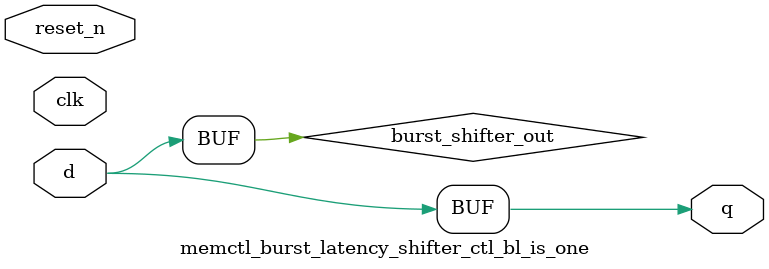
<source format=sv>



`timescale 1 ps / 1 ps

module memctl_burst_latency_shifter_ctl_bl_is_one (
	clk,
	reset_n,
	d,
	q
);

//////////////////////////////////////////////////////////////////////////////
// BEGIN PARAMETER SECTION

parameter MAX_LATENCY	= 0;
parameter BURST_LENGTH	= 0;

// END PARAMETER SECTION
//////////////////////////////////////////////////////////////////////////////

//////////////////////////////////////////////////////////////////////////////
// BEGIN PORT SECTION

input					clk;
input					reset_n;
input					d;
output	[MAX_LATENCY:0]	q;

// END PORT SECTION
//////////////////////////////////////////////////////////////////////////////

wire					burst_shifter_out;


// The signal is not prolonged, which is equivalent to a simple wire
assign burst_shifter_out = d;


// Latency shifter
generate
if (MAX_LATENCY == 0)
begin : latency_shifter_gen_0
	// The signal is not delayed, which is equivalent to a simple wire
	assign q = burst_shifter_out;
end
else
begin : latency_shifter_gen_n
	reg		[MAX_LATENCY:1]	latency_shifter;
	logic	[MAX_LATENCY:0]	latency_shifter_out;

	assign q = latency_shifter_out;


	// Connect shift register outputs
	always_comb
	begin
		latency_shifter_out[0] <= burst_shifter_out;
		for (int i = 1; i <= MAX_LATENCY; i++)
			latency_shifter_out[i] <= latency_shifter[i];
	end


	// Shift register logic
	always_ff @(posedge clk or negedge reset_n)
	begin
		if (!reset_n)
			latency_shifter <= '0;
		else
		begin
			latency_shifter[1] <= burst_shifter_out;
			for (int i = 2; i <= MAX_LATENCY; i++)
				latency_shifter[i] <= latency_shifter[i-1];
		end
	end
end
endgenerate


endmodule


</source>
